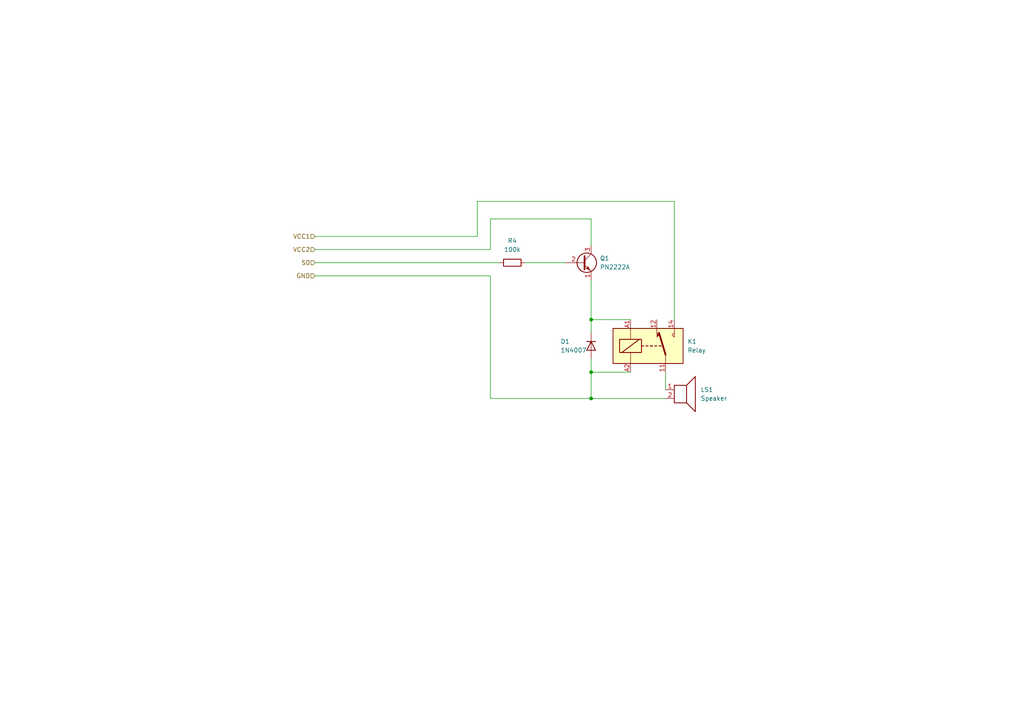
<source format=kicad_sch>
(kicad_sch (version 20211123) (generator eeschema)
  (paper "A4")
  (lib_symbols
    (symbol "Device:R" (pin_numbers hide) (pin_names (offset 0))
      (property "Reference" "R" (at 2.032 0 90))
      (property "Value" "R" (at 0 0 90))
      (symbol "R_0_1"
        (rectangle (start -1.016 -2.54) (end 1.016 2.54) (stroke (width 0.254)))
      )
      (symbol "R_1_1"
        (pin passive line (at 0 3.81 270) (length 1.27) (name "~") (number "1"))
        (pin passive line (at 0 -3.81 90) (length 1.27) (name "~") (number "2"))
      )
    )
    (symbol "Device:Speaker" (pin_names (offset 0) hide)
      (property "Reference" "LS" (at 1.27 5.715 0))
      (property "Value" "Speaker" (at 1.27 3.81 0))
      (symbol "Speaker_0_0"
        (rectangle (start -2.54 1.27) (end 1.016 -3.81) (stroke (width 0.254)))
        (polyline (pts (xy 1.016 1.27) (xy 3.556 3.81) (xy 3.556 -6.35) (xy 1.016 -3.81)) (stroke (width 0.254)))
      )
      (symbol "Speaker_1_1"
        (pin input line (at -5.08 0 0) (length 2.54) (name "1") (number "1"))
        (pin input line (at -5.08 -2.54 0) (length 2.54) (name "2") (number "2"))
      )
    )
    (symbol "Diode:1N4007" (pin_numbers hide) (pin_names (offset 1.016) hide)
      (property "Reference" "D" (at 0 2.54 0))
      (property "Value" "1N4007" (at 0 -2.54 0))
      (symbol "1N4007_0_1"
        (polyline (pts (xy -1.27 1.27) (xy -1.27 -1.27)) (stroke (width 0.254)))
        (polyline (pts (xy 1.27 0) (xy -1.27 0)))
        (polyline (pts (xy 1.27 1.27) (xy 1.27 -1.27) (xy -1.27 0) (xy 1.27 1.27)) (stroke (width 0.254)))
      )
      (symbol "1N4007_1_1"
        (pin passive line (at -3.81 0 0) (length 2.54) (name "K") (number "1"))
        (pin passive line (at 3.81 0 180) (length 2.54) (name "A") (number "2"))
      )
    )
    (symbol "Relay:FINDER-36.11"
      (property "Reference" "K" (at 11.43 3.81 0))
      (property "Value" "FINDER-36.11" (at 11.43 1.27 0))
      (symbol "FINDER-36.11_0_0"
        (polyline (pts (xy 2.54 3.81) (xy 2.54 5.08)))
        (polyline (pts (xy 7.62 3.81) (xy 7.62 5.08)))
        (polyline (pts (xy 7.62 3.81) (xy 7.62 2.54) (xy 6.985 3.175) (xy 7.62 3.81)))
      )
      (symbol "FINDER-36.11_0_1"
        (rectangle (start -10.16 5.08) (end 10.16 -5.08) (stroke (width 0.254)) (fill (type background)))
        (rectangle (start -8.255 1.905) (end -1.905 -1.905) (stroke (width 0.254)))
        (polyline (pts (xy -7.62 -1.905) (xy -2.54 1.905)) (stroke (width 0.254)))
        (polyline (pts (xy -5.08 -5.08) (xy -5.08 -1.905)))
        (polyline (pts (xy -5.08 5.08) (xy -5.08 1.905)))
        (polyline (pts (xy -1.905 0) (xy -1.27 0)) (stroke (width 0.254)))
        (polyline (pts (xy -0.635 0) (xy 0 0)) (stroke (width 0.254)))
        (polyline (pts (xy 0.635 0) (xy 1.27 0)) (stroke (width 0.254)))
        (polyline (pts (xy 0.635 0) (xy 1.27 0)) (stroke (width 0.254)))
        (polyline (pts (xy 1.905 0) (xy 2.54 0)) (stroke (width 0.254)))
        (polyline (pts (xy 3.175 0) (xy 3.81 0)) (stroke (width 0.254)))
        (polyline (pts (xy 5.08 -2.54) (xy 3.175 3.81)) (stroke (width 0.508)))
        (polyline (pts (xy 5.08 -2.54) (xy 5.08 -5.08)))
        (polyline (pts (xy 2.54 2.54) (xy 3.175 3.175) (xy 2.54 3.81)) (fill (type outline)))
      )
      (symbol "FINDER-36.11_1_1"
        (pin passive line (at 5.08 -7.62 90) (length 2.54) (name "~") (number "11"))
        (pin passive line (at 2.54 7.62 270) (length 2.54) (name "~") (number "12"))
        (pin passive line (at 7.62 7.62 270) (length 2.54) (name "~") (number "14"))
        (pin passive line (at -5.08 7.62 270) (length 2.54) (name "~") (number "A1"))
        (pin passive line (at -5.08 -7.62 90) (length 2.54) (name "~") (number "A2"))
      )
    )
    (symbol "Transistor_BJT:PN2222A" (pin_names (offset 0) hide)
      (property "Reference" "Q" (at 5.08 1.905 0))
      (property "Value" "PN2222A" (at 5.08 0 0))
      (symbol "PN2222A_0_1"
        (polyline (pts (xy 0 0) (xy 0.635 0)))
        (polyline (pts (xy 2.54 -2.54) (xy 0.635 -0.635)))
        (polyline (pts (xy 2.54 2.54) (xy 0.635 0.635)))
        (polyline (pts (xy 0.635 1.905) (xy 0.635 -1.905) (xy 0.635 -1.905)) (stroke (width 0.508)))
        (polyline (pts (xy 2.413 -2.413) (xy 1.905 -1.905) (xy 1.905 -1.905)))
        (polyline (pts (xy 1.143 -1.651) (xy 1.651 -1.143) (xy 2.159 -2.159) (xy 1.143 -1.651) (xy 1.143 -1.651)) (fill (type outline)))
        (circle (center 1.27 0) (radius 2.8194) (stroke (width 0.254)))
      )
      (symbol "PN2222A_1_1"
        (pin passive line (at 2.54 -5.08 90) (length 2.54) (name "E") (number "1"))
        (pin input line (at -5.08 0 0) (length 5.08) (name "B") (number "2"))
        (pin passive line (at 2.54 5.08 270) (length 2.54) (name "C") (number "3"))
      )
    )
  )
  (junction (at 171.45 92.71))
  (junction (at 171.45 115.57))
  (junction (at 171.45 107.95))
  (wire (pts (xy 152.4 76.2) (xy 163.83 76.2)))
  (wire (pts (xy 171.45 92.71) (xy 171.45 96.52)))
  (wire (pts (xy 182.88 107.95) (xy 171.45 107.95)))
  (wire (pts (xy 142.24 115.57) (xy 171.45 115.57)))
  (wire (pts (xy 142.24 80.01) (xy 142.24 115.57)))
  (wire (pts (xy 171.45 115.57) (xy 193.04 115.57)))
  (wire (pts (xy 142.24 72.39) (xy 142.24 63.5)))
  (wire (pts (xy 138.43 58.42) (xy 195.58 58.42)))
  (wire (pts (xy 91.44 76.2) (xy 144.78 76.2)))
  (wire (pts (xy 138.43 68.58) (xy 138.43 58.42)))
  (wire (pts (xy 171.45 92.71) (xy 182.88 92.71)))
  (wire (pts (xy 195.58 58.42) (xy 195.58 92.71)))
  (wire (pts (xy 171.45 81.28) (xy 171.45 92.71)))
  (wire (pts (xy 171.45 107.95) (xy 171.45 104.14)))
  (wire (pts (xy 91.44 80.01) (xy 142.24 80.01)))
  (wire (pts (xy 193.04 107.95) (xy 193.04 113.03)))
  (wire (pts (xy 142.24 63.5) (xy 171.45 63.5)))
  (wire (pts (xy 171.45 107.95) (xy 171.45 115.57)))
  (wire (pts (xy 91.44 68.58) (xy 138.43 68.58)))
  (wire (pts (xy 171.45 63.5) (xy 171.45 71.12)))
  (wire (pts (xy 91.44 72.39) (xy 142.24 72.39)))
  (hierarchical_label "VCC1" (shape input) (at 91.44 68.58 180))
  (hierarchical_label "S0" (shape input) (at 91.44 76.2 180))
  (hierarchical_label "GND" (shape input) (at 91.44 80.01 180))
  (hierarchical_label "VCC2" (shape input) (at 91.44 72.39 180))
  (symbol (lib_id "Device:Speaker") (at 198.12 113.03 0) (unit 1)
    (property "Reference" "LS1" (at 203.2 113.0299 0) (effects (justify left)))
    (property "Value" "Speaker" (at 203.2 115.5699 0) (effects (justify left)))
    (property "Footprint" "Connector_PinSocket_2.54mm:PinSocket_1x02_P2.54mm_Vertical" (effects hide))
  )
  (symbol (lib_id "Relay:FINDER-36.11") (at 187.96 100.33 0) (unit 1)
    (property "Reference" "K1" (at 199.39 99.0599 0) (effects (justify left)))
    (property "Value" "Relay" (at 199.39 101.5999 0) (effects (justify left)))
    (property "Footprint" "Relay_THT:Relay_SPDT_Finder_36.11" (effects hide))
    (property "Datasheet" "https://gfinder.findernet.com/public/attachments/36/EN/S36EN.pdf" (effects hide))
  )
  (symbol (lib_id "Device:R") (at 148.59 76.2 90) (unit 1)
    (property "Reference" "R4" (at 148.59 69.85 90))
    (property "Value" "100k" (at 148.59 72.39 90))
    (property "Footprint" "Resistor_THT:R_Axial_DIN0207_L6.3mm_D2.5mm_P10.16mm_Horizontal" (effects hide))
  )
  (symbol (lib_id "Transistor_BJT:PN2222A") (at 168.91 76.2 0) (unit 1)
    (property "Reference" "Q1" (at 173.99 74.9299 0) (effects (justify left)))
    (property "Value" "PN2222A" (at 173.99 77.4699 0) (effects (justify left)))
    (property "Footprint" "Package_TO_SOT_THT:TO-92_Inline" (effects hide))
    (property "Datasheet" "https://www.onsemi.com/pub/Collateral/PN2222-D.PDF" (effects hide))
  )
  (symbol (lib_id "Diode:1N4007") (at 171.45 100.33 270) (unit 1)
    (property "Reference" "D1" (at 162.56 99.06 90) (effects (justify left)))
    (property "Value" "1N4007" (at 162.56 101.6 90) (effects (justify left)))
    (property "Footprint" "Diode_THT:D_DO-41_SOD81_P10.16mm_Horizontal" (effects hide))
    (property "Datasheet" "http://www.vishay.com/docs/88503/1n4001.pdf" (effects hide))
  )
)
</source>
